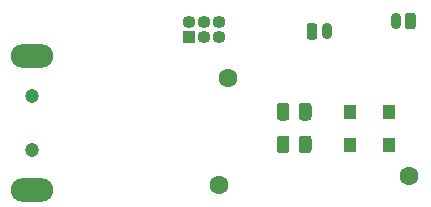
<source format=gbs>
G04 #@! TF.GenerationSoftware,KiCad,Pcbnew,5.1.6+dfsg1-1~bpo9+1*
G04 #@! TF.CreationDate,2022-04-04T20:25:57+02:00*
G04 #@! TF.ProjectId,sdrtrx-pttrelais,73647274-7278-42d7-9074-7472656c6169,rev?*
G04 #@! TF.SameCoordinates,Original*
G04 #@! TF.FileFunction,Soldermask,Bot*
G04 #@! TF.FilePolarity,Negative*
%FSLAX46Y46*%
G04 Gerber Fmt 4.6, Leading zero omitted, Abs format (unit mm)*
G04 Created by KiCad (PCBNEW 5.1.6+dfsg1-1~bpo9+1) date 2022-04-04 20:25:57*
%MOMM*%
%LPD*%
G01*
G04 APERTURE LIST*
%ADD10O,0.900000X1.400000*%
%ADD11R,1.000000X1.300000*%
%ADD12O,1.100000X1.100000*%
%ADD13R,1.100000X1.100000*%
%ADD14C,1.600000*%
%ADD15C,1.200000*%
%ADD16O,3.600000X2.000000*%
G04 APERTURE END LIST*
G36*
G01*
X124872800Y-86069250D02*
X124872800Y-87031750D01*
G75*
G02*
X124604050Y-87300500I-268750J0D01*
G01*
X124066550Y-87300500D01*
G75*
G02*
X123797800Y-87031750I0J268750D01*
G01*
X123797800Y-86069250D01*
G75*
G02*
X124066550Y-85800500I268750J0D01*
G01*
X124604050Y-85800500D01*
G75*
G02*
X124872800Y-86069250I0J-268750D01*
G01*
G37*
G36*
G01*
X126747800Y-86069250D02*
X126747800Y-87031750D01*
G75*
G02*
X126479050Y-87300500I-268750J0D01*
G01*
X125941550Y-87300500D01*
G75*
G02*
X125672800Y-87031750I0J268750D01*
G01*
X125672800Y-86069250D01*
G75*
G02*
X125941550Y-85800500I268750J0D01*
G01*
X126479050Y-85800500D01*
G75*
G02*
X126747800Y-86069250I0J-268750D01*
G01*
G37*
G36*
G01*
X124872800Y-88837850D02*
X124872800Y-89800350D01*
G75*
G02*
X124604050Y-90069100I-268750J0D01*
G01*
X124066550Y-90069100D01*
G75*
G02*
X123797800Y-89800350I0J268750D01*
G01*
X123797800Y-88837850D01*
G75*
G02*
X124066550Y-88569100I268750J0D01*
G01*
X124604050Y-88569100D01*
G75*
G02*
X124872800Y-88837850I0J-268750D01*
G01*
G37*
G36*
G01*
X126747800Y-88837850D02*
X126747800Y-89800350D01*
G75*
G02*
X126479050Y-90069100I-268750J0D01*
G01*
X125941550Y-90069100D01*
G75*
G02*
X125672800Y-89800350I0J268750D01*
G01*
X125672800Y-88837850D01*
G75*
G02*
X125941550Y-88569100I268750J0D01*
G01*
X126479050Y-88569100D01*
G75*
G02*
X126747800Y-88837850I0J-268750D01*
G01*
G37*
D10*
X128021400Y-79756000D03*
G36*
G01*
X126321400Y-80231000D02*
X126321400Y-79281000D01*
G75*
G02*
X126546400Y-79056000I225000J0D01*
G01*
X126996400Y-79056000D01*
G75*
G02*
X127221400Y-79281000I0J-225000D01*
G01*
X127221400Y-80231000D01*
G75*
G02*
X126996400Y-80456000I-225000J0D01*
G01*
X126546400Y-80456000D01*
G75*
G02*
X126321400Y-80231000I0J225000D01*
G01*
G37*
D11*
X133323600Y-86588600D03*
X130023600Y-86588600D03*
X129998200Y-89344500D03*
X133298200Y-89344500D03*
D12*
X118872000Y-78994000D03*
X118872000Y-80264000D03*
X117602000Y-78994000D03*
X117602000Y-80264000D03*
X116332000Y-78994000D03*
D13*
X116332000Y-80264000D03*
D14*
X118935500Y-92786200D03*
X134962900Y-92011500D03*
X119634000Y-83693000D03*
D10*
X133858000Y-78867000D03*
G36*
G01*
X135558000Y-78392000D02*
X135558000Y-79342000D01*
G75*
G02*
X135333000Y-79567000I-225000J0D01*
G01*
X134883000Y-79567000D01*
G75*
G02*
X134658000Y-79342000I0J225000D01*
G01*
X134658000Y-78392000D01*
G75*
G02*
X134883000Y-78167000I225000J0D01*
G01*
X135333000Y-78167000D01*
G75*
G02*
X135558000Y-78392000I0J-225000D01*
G01*
G37*
D15*
X103039000Y-85203000D03*
X103039000Y-89803000D03*
D16*
X103039000Y-81803000D03*
X103039000Y-93203000D03*
M02*

</source>
